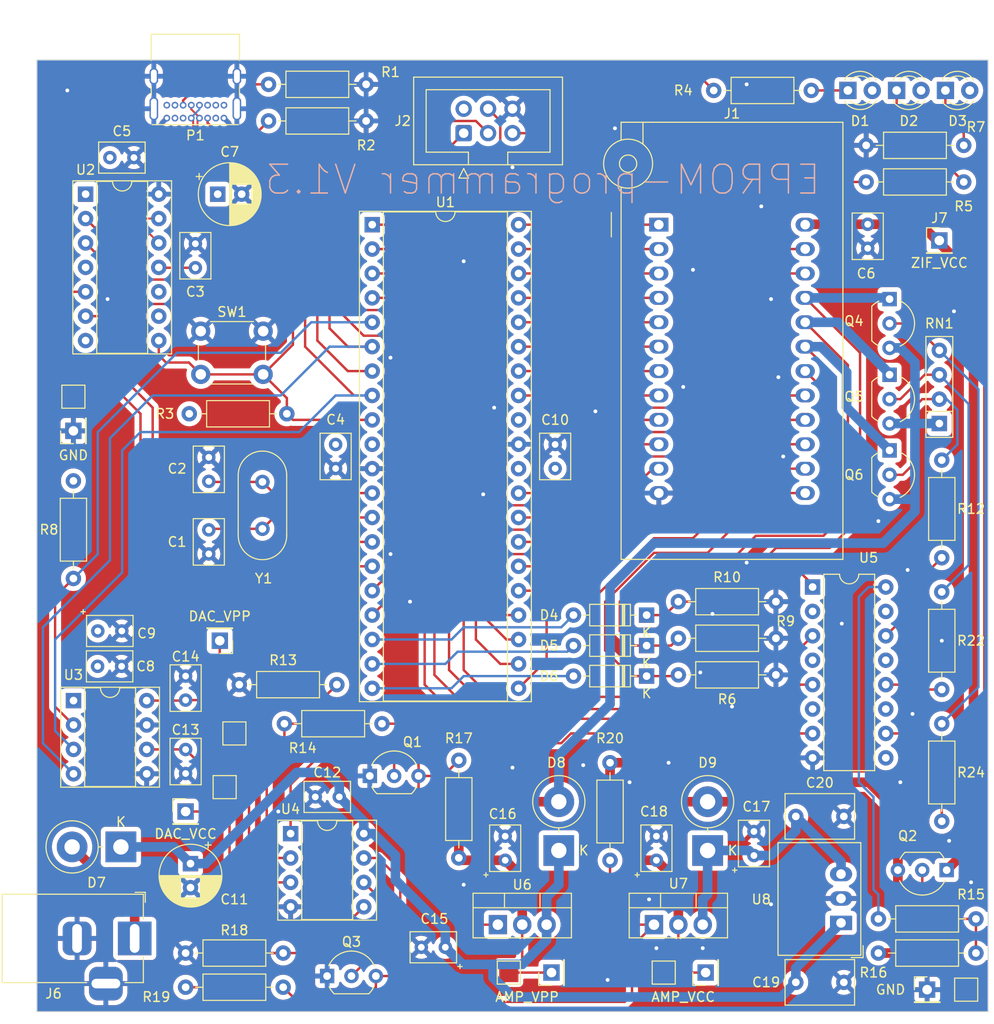
<source format=kicad_pcb>
(kicad_pcb (version 20240108) (generator "pcbnew") (generator_version "8.0")
  (layers (0 "F.Cu" signal) (1 "In1.Cu" power) (2 "In2.Cu" power) (31 "B.Cu" signal) (34 "B.Paste" user) (35 "F.Paste" user) (36 "B.SilkS" user "B.Silkscreen") (37 "F.SilkS" user "F.Silkscreen") (38 "B.Mask" user) (39 "F.Mask" user) (44 "Edge.Cuts" user))
  (net 0 "")
  (net 1 "/XTAL1")
  (net 2 "GND")
  (net 3 "/XTAL2")
  (net 4 "Net-(U2-VUSB)")
  (net 5 "+5V")
  (net 6 "Net-(D1-K)")
  (net 7 "Net-(D2-K)")
  (net 8 "Net-(D3-K)")
  (net 9 "/ZIF_P1")
  (net 10 "/ZIF_P2")
  (net 11 "/ZIF_P3")
  (net 12 "/ZIF_P4")
  (net 13 "/ZIF_P5")
  (net 14 "/ZIF_P6")
  (net 15 "/ZIF_P7")
  (net 16 "/ZIF_P8")
  (net 17 "/ZIF_P9")
  (net 18 "/ZIF_P10")
  (net 19 "/ZIF_P11")
  (net 20 "/ZIF_P13")
  (net 21 "/ZIF_P14")
  (net 22 "/ZIF_P15")
  (net 23 "/ZIF_P16")
  (net 24 "/ZIF_P17")
  (net 25 "/ZIF_P18")
  (net 26 "/ZIF_P19")
  (net 27 "/ZIF_P21")
  (net 28 "/ZIF_P22")
  (net 29 "/ZIF_P23")
  (net 30 "/MISO")
  (net 31 "/SCK")
  (net 32 "/MOSI")
  (net 33 "/~{RESET}")
  (net 34 "/DAC_VPP")
  (net 35 "/CC1")
  (net 36 "/D+")
  (net 37 "/D-")
  (net 39 "/CC2")
  (net 41 "/TXD_LED")
  (net 42 "/RXD_LED")
  (net 43 "/ZIF_VCC")
  (net 44 "/~{SS}")
  (net 45 "/RXD")
  (net 46 "/TXD")
  (net 47 "/D_P21")
  (net 52 "/ZIF_P20")
  (net 53 "/D_P20")
  (net 54 "/D_P19")
  (net 55 "+28V")
  (net 56 "Net-(Q1-B)")
  (net 57 "Net-(Q2-B)")
  (net 58 "/ZIF_VCC_EN")
  (net 59 "/DAC_VCC")
  (net 60 "/AMP_VCC")
  (net 61 "/FB_VCC")
  (net 62 "/28V_IN")
  (net 63 "Net-(Q4-B)")
  (net 64 "Net-(Q5-B)")
  (net 68 "Net-(Q6-B)")
  (net 73 "/ZIF_VPP_P21_EN")
  (net 74 "Net-(Q3-B)")
  (net 75 "/FB_VPP")
  (net 76 "/AMP_VPP")
  (net 77 "/ADJ_VCC")
  (net 78 "/ADJ_VPP")
  (net 79 "/~{ZIF_VCC_EN}")
  (net 80 "/~{ZIF_VPP_P21_EN}")
  (net 81 "/~{ZIF_VPP_P20_EN}")
  (net 82 "/~{ZIF_VPP_P19_EN}")
  (net 83 "/ZIF_VPP_P19_EN")
  (net 84 "/ZIF_VPP_P20_EN")
  (net 85 "+9V")
  (footprint "Resistor_THT:R_Axial_DIN0207_L6.3mm_D2.5mm_P10.16mm_Horizontal" (layer "F.Cu") (at 65.151 127.508)
    (property "Reference" "R14")
    (property "Value" "82K")
  )
  (footprint "TestPoint:TestPoint_Pad_2.0x2.0mm" (layer "F.Cu") (at 43.18 93.472 90)
    (property "Reference" "TP5" (hide yes))
    (property "Value" "GND_TP")
  )
  (footprint "Diode_THT:D_DO-35_SOD27_P7.62mm_Horizontal" (layer "F.Cu") (at 102.87 116.205 180)
    (property "Reference" "D4")
    (property "Value" "1N4148")
  )
  (footprint "Diode_THT:D_DO-201AD_P5.08mm_Vertical_KathodeUp" (layer "F.Cu") (at 93.726 140.708 90)
    (property "Reference" "D8")
    (property "Value" "SB340")
  )
  (footprint "Package_DIP:DIP-8_W7.62mm_Socket" (layer "F.Cu") (at 65.796 138.948)
    (property "Reference" "U4")
    (property "Value" "LM358")
  )
  (footprint "Resistor_THT:R_Axial_DIN0207_L6.3mm_D2.5mm_P10.16mm_Horizontal" (layer "F.Cu") (at 63.5 64.77)
    (property "Reference" "R2")
    (property "Value" "5K1")
  )
  (footprint "Local:C_Rect_L4.6mm_W3.0mm_P2.50mm_MKS02_FKP02" (layer "F.Cu") (at 88.1405 141.724 90)
    (property "Reference" "C16")
    (property "Value" "10u")
  )
  (footprint "Connector_PinHeader_2.54mm:PinHeader_1x01_P2.54mm_Vertical" (layer "F.Cu") (at 58.42 118.872 180)
    (property "Reference" "J3" (hide yes))
    (property "Value" "DAC_VPP")
  )
  (footprint "Diode_THT:D_DO-35_SOD27_P7.62mm_Horizontal" (layer "F.Cu") (at 102.87 122.555 180)
    (property "Reference" "D6")
    (property "Value" "1N4148")
  )
  (footprint "Resistor_THT:R_Axial_DIN0207_L6.3mm_D2.5mm_P10.16mm_Horizontal" (layer "F.Cu") (at 55.245 95.25)
    (property "Reference" "R3")
    (property "Value" "5K1")
  )
  (footprint "Package_TO_SOT_THT:TO-92_Inline_Wide" (layer "F.Cu") (at 74.041 132.948)
    (property "Reference" "Q1")
    (property "Value" "BC327")
  )
  (footprint "Capacitor_THT:C_Rect_L4.6mm_W3.0mm_P2.50mm_MKS02_FKP02" (layer "F.Cu") (at 125.8915 75.525 -90)
    (property "Reference" "C6")
    (property "Value" "100n")
  )
  (footprint "Capacitor_THT:C_Rect_L7.0mm_W4.5mm_P5.00mm" (layer "F.Cu") (at 118.404 154.432)
    (property "Reference" "C19")
    (property "Value" "10u")
  )
  (footprint "Diode_THT:D_DO-201AD_P5.08mm_Vertical_KathodeUp" (layer "F.Cu") (at 48.125 140.335 180)
    (property "Reference" "D7")
    (property "Value" "SB340")
  )
  (footprint "Resistor_THT:R_Array_SIP4" (layer "F.Cu") (at 133.35 96.266 90)
    (property "Reference" "RN1")
    (property "Value" "4K7")
  )
  (footprint "Local:DIP_Socket-24_W11.9_W12.7_W15.24_W17.78_W18.5_3M_224-1275-00-0602J" (layer "F.Cu") (at 104.14 75.565)
    (property "Reference" "J1")
    (property "Value" "ZIF-socket")
  )
  (footprint "Resistor_THT:R_Axial_DIN0207_L6.3mm_D2.5mm_P10.16mm_Horizontal" (layer "F.Cu") (at 135.89 71.12 180)
    (property "Reference" "R5")
    (property "Value" "470")
  )
  (footprint "Resistor_THT:R_Axial_DIN0207_L6.3mm_D2.5mm_P10.16mm_Horizontal" (layer "F.Cu") (at 106.172 122.428)
    (property "Reference" "R6")
    (property "Value" "5K1")
  )
  (footprint "Package_DIP:DIP-8_W7.62mm_Socket" (layer "F.Cu") (at 43.19 125.105)
    (property "Reference" "U3")
    (property "Value" "MCP4812")
  )
  (footprint "Package_TO_SOT_THT:TO-220-3_Vertical" (layer "F.Cu") (at 103.632 148.4275)
    (property "Reference" "U7")
    (property "Value" "LM317_TO-220")
  )
  (footprint "Capacitor_THT:C_Rect_L4.6mm_W3.0mm_P2.50mm_MKS02_FKP02" (layer "F.Cu") (at 57.277 107.335 -90)
    (property "Reference" "C1")
    (property "Value" "22p")
  )
  (footprint "Resistor_THT:R_Axial_DIN0207_L6.3mm_D2.5mm_P10.16mm_Horizontal" (layer "F.Cu") (at 120.015 61.595 180)
    (property "Reference" "R4")
    (property "Value" "470")
  )
  (footprint "Local:C_Rect_L4.6mm_W3.0mm_P2.50mm_MKS02_FKP02" (layer "F.Cu") (at 81.907 150.782 180)
    (property "Reference" "C15")
    (property "Value" "10u")
  )
  (footprint "Local:C_Rect_L4.6mm_W3.0mm_P2.50mm_MKS02_FKP02" (layer "F.Cu") (at 103.8885 141.724 90)
    (property "Reference" "C18")
    (property "Value" "10u")
  )
  (footprint "Capacitor_THT:C_Rect_L4.6mm_W3.0mm_P2.50mm_MKS02_FKP02" (layer "F.Cu") (at 70.866 135.128 180)
    (property "Reference" "C12")
    (property "Value" "100n")
  )
  (footprint "Resistor_THT:R_Axial_DIN0207_L6.3mm_D2.5mm_P10.16mm_Horizontal" (layer "F.Cu") (at 135.89 67.31 180)
    (property "Reference" "R7")
    (property "Value" "470")
  )
  (footprint "TestPoint:TestPoint_Pad_2.0x2.0mm" (layer "F.Cu") (at 104.648 153.416)
    (property "Reference" "TP6" (hide yes))
    (property "Value" "AMP_VCC_TP")
  )
  (footprint "TestPoint:TestPoint_Pad_2.0x2.0mm" (layer "F.Cu") (at 88.519 153.416 90)
    (property "Reference" "TP4" (hide yes))
    (property "Value" "AMP_VPP_TP")
  )
  (footprint "Resistor_THT:R_Axial_DIN0207_L6.3mm_D2.5mm_P10.16mm_Horizontal" (layer "F.Cu") (at 54.864 154.94)
    (property "Reference" "R19")
    (property "Value" "82K")
  )
  (footprint "Resistor_THT:R_Axial_DIN0207_L6.3mm_D2.5mm_P10.16mm_Horizontal" (layer "F.Cu") (at 106.172 118.618)
    (property "Reference" "R9")
    (property "Value" "5K1")
  )
  (footprint "Resistor_THT:R_Axial_DIN0207_L6.3mm_D2.5mm_P10.16mm_Horizontal" (layer "F.Cu") (at 83.312 141.478 90)
    (property "Reference" "R17")
    (property "Value" "220")
  )
  (footprint "Package_TO_SOT_THT:TO-220-3_Vertical" (layer "F.Cu") (at 87.376 148.4275)
    (property "Reference" "U6")
    (property "Value" "LM317_TO-220")
  )
  (footprint "TestPoint:TestPoint_Pad_2.0x2.0mm" (layer "F.Cu") (at 59.944 128.524 180)
    (property "Reference" "TP1" (hide yes))
    (property "Value" "DAC_VPP_TP")
  )
  (footprint "Resistor_THT:R_Axial_DIN0207_L6.3mm_D2.5mm_P10.16mm_Horizontal" (layer "F.Cu") (at 127 151.384)
    (property "Reference" "R16")
    (property "Value" "5.1K")
  )
  (footprint "Connector_PinHeader_2.54mm:PinHeader_1x01_P2.54mm_Vertical" (layer "F.Cu") (at 109.012 153.416 90)
    (property "Reference" "J10" (hide yes))
    (property "Value" "AMP_VCC")
  )
  (footprint "Package_TO_SOT_THT:TO-92_Inline_Wide" (layer "F.Cu") (at 128.164 91.186 -90)
    (property "Reference" "Q5")
    (property "Value" "BC327")
  )
  (footprint "Resistor_THT:R_Axial_DIN0207_L6.3mm_D2.5mm_P10.16mm_Horizontal" (layer "F.Cu") (at 99.06 131.572 -90)
    (property "Reference" "R20")
    (property "Value" "220")
  )
  (footprint "Converter_DCDC:Converter_DCDC_RECOM_R-78E-0.5_THT" (layer "F.Cu") (at 123.1115 148.243 90)
    (property "Reference" "U8")
    (property "Value" "R-78E9.0-0.5")
  )
  (footprint "Capacitor_THT:C_Rect_L4.6mm_W3.0mm_P2.50mm_MKS02_FKP02" (layer "F.Cu") (at 57.277 102.285 90)
    (property "Reference" "C2")
    (property "Value" "22p")
  )
  (footprint "TestPoint:TestPoint_Pad_2.0x2.0mm" (layer "F.Cu") (at 136.144 155.194)
    (property "Reference" "TP3" (hide yes))
    (property "Value" "GND_TP")
  )
  (footprint "Package_TO_SOT_THT:TO-92_Inline_Wide" (layer "F.Cu") (at 128.164 83.312 -90)
    (property "Reference" "Q4")
    (property "Value" "BC327")
  )
  (footprint "Capacitor_THT:C_Rect_L4.6mm_W3.0mm_P2.50mm_MKS02_FKP02" (layer "F.Cu") (at 93.345 100.945 90)
    (property "Reference" "C10")
    (property "Value" "100n")
  )
  (footprint "Package_TO_SOT_THT:TO-92_Inline_Wide" (layer "F.Cu") (at 128.164 99.06 -90)
    (property "Reference" "Q6")
    (property "Value" "BC327")
  )
  (footprint "Capacitor_THT:C_Rect_L4.6mm_W3.0mm_P2.50mm_MKS02_FKP02" (layer "F.Cu") (at 55.88 80.05 90)
    (property "Reference" "C3")
    (property "Value" "220n")
  )
  (footprint "Resistor_THT:R_Axial_DIN0207_L6.3mm_D2.5mm_P10.16mm_Horizontal" (layer "F.Cu") (at 133.604 113.792 -90)
    (property "Reference" "R22")
    (property "Value" "5K1")
  )
  (footprint "Connector_IDC:IDC-Header_2x03_P2.54mm_Vertical" (layer "F.Cu") (at 83.82 66.04 90)
    (property "Reference" "J2")
    (property "Value" "ISP")
  )
  (footprint "Resistor_THT:R_Axial_DIN0207_L6.3mm_D2.5mm_P10.16mm_Horizontal" (layer "F.Cu") (at 43.18 102.235 -90)
    (property "Reference" "R8")
    (property "Value" "5K1")
  )
  (footprint "Resistor_THT:R_Axial_DIN0207_L6.3mm_D2.5mm_P10.16mm_Horizontal" (layer "F.Cu") (at 106.172 114.808)
    (property "Reference" "R10")
    (property "Value" "5K1")
  )
  (footprint "Resistor_THT:R_Axial_DIN0207_L6.3mm_D2.5mm_P10.16mm_Horizontal" (layer "F.Cu") (at 63.5 60.96)
    (property "Reference" "R1")
    (property "Value" "5K1")
  )
  (footprint "Capacitor_THT:C_Rect_L4.6mm_W3.0mm_P2.50mm_MKS02_FKP02" (layer "F.Cu") (at 70.485 98.445 -90)
    (property "Reference" "C4")
    (property "Value" "100n")
  )
  (footprint "Connector_PinHeader_2.54mm:PinHeader_1x01_P2.54mm_Vertical" (layer "F.Cu") (at 132.08 155.194)
    (property "Reference" "J5" (hide yes))
    (property "Value" "GND")
  )
  (footprint "Connector_PinHeader_2.54mm:PinHeader_1x01_P2.54mm_Vertical" (layer "F.Cu") (at 54.864 136.652)
    (property "Reference" "J4" (hide yes))
    (property "Value" "DAC_VCC")
  )
  (footprint "Button_Switch_THT:SW_PUSH_6mm" (layer "F.Cu") (at 56.44 86.65)
    (property "Reference" "SW1")
    (property "Value" "SW_Push")
  )
  (footprint "Connector_BarrelJack:BarrelJack_Horizontal" (layer "F.Cu") (at 49.561 149.86)
    (property "Reference" "J6")
    (property "Value" "Barrel_Jack_Switch")
  )
  (footprint "Capacitor_THT:C_Rect_L4.6mm_W3.0mm_P2.50mm_MKS02_FKP02" (layer "F.Cu") (at 54.864 130.195 -90)
    (property "Reference" "C13")
    (property "Value" "1u")
  )
  (footprint "Local:C_Rect_L4.6mm_W3.0mm_P2.50mm_MKS02_FKP02" (layer "F.Cu") (at 45.72 117.8585)
    (property "Reference" "C9")
    (property "Value" "10u")
  )
  (footprint "Diode_THT:D_DO-201AD_P5.08mm_Vertical_KathodeUp" (layer "F.Cu") (at 109.22 140.708 90)
    (property "Reference" "D9")
    (property "Value" "SB340")
  )
  (footprint "Resistor_THT:R_Axial_DIN0207_L6.3mm_D2.5mm_P10.16mm_Horizontal" (layer "F.Cu") (at 54.864 151.384)
    (property "Reference" "R18")
    (property "Value" "5K6")
  )
  (footprint "Local:C_Rect_L4.6mm_W3.0mm_P2.50mm_MKS02_FKP02" (layer "F.Cu") (at 114.0435 141.232 90)
    (property "Reference" "C17")
    (property "Value" "10u")
  )
  (footprint "Capacitor_THT:CP_Radial_D6.3mm_P2.50mm" (layer "F.Cu") (at 55.372 142.073621 -90)
    (property "Reference" "C11")
    (property "Value" "220u")
  )
  (footprint "Package_TO_SOT_THT:TO-92_Inline_Wide" (layer "F.Cu") (at 69.596 153.776)
    (property "Reference" "Q3")
    (property "Value" "BC327")
  )
  (footprint "Resistor_THT:R_Axial_DIN0207_L6.3mm_D2.5mm_P10.16mm_Horizontal" (layer "F.Cu") (at 133.604 100.076 -90)
    (property "Reference" "R12")
    (property "Value" "5K1")
  )
  (footprint "Capacitor_THT:C_Rect_L4.6mm_W3.0mm_P2.50mm_MKS02_FKP02" (layer "F.Cu") (at 45.7 121.539)
    (property "Reference" "C8")
    (property "Value" "100n")
  )
  (footprint "Crystal:Crystal_HC49-U_Vertical" (layer "F.Cu") (at 62.865 107.225 90)
    (property "Reference" "Y1")
    (property "Value" "20M")
  )
  (footprint "LED_THT:LED_D3.0mm" (layer "F.Cu") (at 128.905 61.595)
    (property "Reference" "D2")
    (property "Value" "YELLOW")
  )
  (footprint "Package_DIP:DIP-40_W15.24mm_Socket" (layer "F.Cu") (at 74.295 75.565)
    (property "Reference" "U1")
    (property "Value" "ATmega1284-P")
  )
  (footprint "Capacitor_THT:C_Rect_L7.0mm_W4.5mm_P5.00mm" (layer "F.Cu") (at 118.404 137.16)
    (property "Reference" "C20")
    (property "Value" "22u")
  )
  (footprint "Capacitor_THT:CP_Radial_D6.3mm_P2.50mm" (layer "F.Cu") (at 58.206 72.39)
    (property "Reference" "C7")
    (property "Value" "100u")
  )
  (footprint "Connector_PinHeader_2.54mm:PinHeader_1x01_P2.54mm_Vertical" (layer "F.Cu") (at 133.35 77.216)
    (property "Reference" "J7")
    (property "Value" "ZIF_VCC")
  )
  (footprint "Package_DIP:DIP-14_W7.62mm_Socket" (layer "F.Cu") (at 44.45 72.39)
    (property "Reference" "U2")
    (property "Value" "MCP2221AxP")
  )
  (footprint "Capacitor_THT:C_Rect_L4.6mm_W3.0mm_P2.50mm_MKS02_FKP02" (layer "F.Cu") (at 54.864 125.055 90)
    (property "Reference" "C14")
    (property "Value" "1u")
  )
  (footprint "Resistor_THT:R_Axial_DIN0207_L6.3mm_D2.5mm_P10.16mm_Horizontal" (layer "F.Cu") (at 60.452 123.444)
    (property "Reference" "R13")
    (property "Value" "5K6")
  )
  (footprint "Package_DIP:DIP-16_W7.62mm" (layer "F.Cu") (at 120.152 113.284)
    (property "Reference" "U5")
    (property "Value" "ULN2003")
  )
  (footprint "TestPoint:TestPoint_Pad_2.0x2.0mm" (layer "F.Cu") (at 58.928 134.112)
    (property "Reference" "TP2" (hide yes))
    (property "Value" "DAC_VCC_TP")
  )
  (footprint "Connector_PinHeader_2.54mm:PinHeader_1x01_P2.54mm_Vertical" (layer "F.Cu") (at 43.18 97.028 90)
    (property "Reference" "J9" (hide yes))
    (property "Value" "GND")
  )
  (footprint "Diode_THT:D_DO-35_SOD27_P7.62mm_Horizontal" (layer "F.Cu") (at 102.87 119.38 180)
    (property "Reference" "D5")
    (property "Value" "1N4148")
  )
  (footprint "Capacitor_THT:C_Rect_L4.6mm_W3.0mm_P2.50mm_MKS02_FKP02" (layer "F.Cu") (at 46.98 68.585)
    (property "Reference" "C5")
    (property "Value" "100n")
  )
  (footprint "LED_THT:LED_D3.0mm" (layer "F.Cu") (at 123.825 61.595)
    (property "Reference" "D1")
    (property "Value" "YELLOW")
  )
  (footprint "Connector_USB:USB_C_Receptacle_GCT_USB4085" (layer "F.Cu") (at 58.855 64.477 180)
    (property "Reference" "P1")
    (property "Value" "USB-C")
  )
  (footprint "Package_TO_SOT_THT:TO-92_Inline_Wide" (layer "F.Cu") (at 134.112 142.748 180)
    (property "Reference" "Q2")
    (property "Value" "BC327")
  )
  (footprint "Resistor_THT:R_Axial_DIN0207_L6.3mm_D2.5mm_P10.16mm_Horizontal" (layer "F.Cu") (at 133.604 127.508 -90)
    (property "Reference" "R24")
    (property "Value" "5K1")
  )
  (footprint "Resistor_THT:R_Axial_DIN0207_L6.3mm_D2.5mm_P10.16mm_Horizontal" (layer "F.Cu") (at 137.16 147.828 180)
    (property "Reference" "R15")
    (property "Value" "5K1")
  )
  (footprint "Connector_PinHeader_2.54mm:PinHeader_1x01_P2.54mm_Vertical" (layer "F.Cu") (at 92.964 153.416 90)
    (property "Reference" "J8" (hide yes))
    (property "Value" "AMP_VPP")
  )
  (footprint "LED_THT:LED_D3.0mm" (layer "F.Cu") (at 133.98 61.595)
    (property "Reference" "D3")
    (property "Value" "GREEN")
  )
  (gr_line (start 138.43 58.42) (end 138.43 157.48) (stroke (width 0.1)) (layer "Edge.Cuts"))
  (gr_line (start 138.43 157.48) (end 39.37 157.48) (stroke (width 0.1)) (layer "Edge.Cuts"))
  (gr_line (start 39.37 157.48) (end 39.37 58.42) (stroke (width 0.1)) (layer "Edge.Cuts"))
  (gr_line (start 39.37 58.42) (end 138.43 58.42) (stroke (width 0.1)) (layer "Edge.Cuts"))
  (gr_text "EPROM-programmer V1.3" (at 121.158 72.644 0) (layer "B.SilkS") (effects (font (size 3 3)) (justify left bottom mirror)))
  (segment (start 57.387 107.225) (end 57.277 107.335) (width 0.25) (layer "F.Cu") (net 1))
  (segment (start 74.295 106.045) (end 64.045 106.045) (width 0.25) (layer "F.Cu") (net 1))
  (segment (start 62.865 107.225) (end 57.387 107.225) (width 0.25) (layer "F.Cu") (net 1))
  (segment (start 64.045 106.045) (end 62.865 107.225) (width 0.25) (layer "F.Cu") (net 1))
  (via (at 134.366 139.7) (size 0.8) (drill 0.4) (layers "F.Cu" "B.Cu") (net 2))
  (via (at 105.156 131.572) (size 0.8) (drill 0.4) (layers "F.Cu" "B.Cu") (net 2))
  (via (at 42.545 61.595) (size 0.8) (drill 0.4) (layers "F.Cu" "B.Cu") (net 2))
  (via (at 76.2 89.408) (size 0.8) (drill 0.4) (layers "F.Cu" "B.Cu") (net 2))
  (via (at 108.458 122.174) (size 0.8) (drill 0.4) (layers "F.Cu" "B.Cu") (net 2))
  (via (at 111.76 125.73) (size 0.8) (drill 0.4) (layers "F.Cu" "B.Cu") (net 2))
  (via (at 88.9 132.08) (size 0.8) (drill 0.4) (layers "F.Cu" "B.Cu") (net 2))
  (via (at 96.266 131.826) (size 0.8) (drill 0.4) (layers "F.Cu" "B.Cu") (net 2))
  (via (at 76.2 109.855) (size 0.8) (drill 0.4) (layers "F.Cu" "B.Cu") (net 2))
  (via (at 83.82 79.375) (size 0.8) (drill 0.4) (layers "F.Cu" "B.Cu") (net 2))
  (via (at 98.806 154.178) (size 0.8) (drill 0.4) (layers "F.Cu" "B.Cu") (net 2))
  (via (at 103.886 150.876) (size 0.8) (drill 0.4) (layers "F.Cu" "B.Cu") (net 2))
  (via (at 107.696 80.264) (size 0.8) (drill 0.4) (layers "F.Cu" "B.Cu") (net 2))
  (via (at 97.536 94.996) (size 0.8) (drill 0.4) (layers "F.Cu" "B.Cu") (net 2))
  (via (at 123.19 117.094) (size 0.8) (drill 0.4) (layers "F.Cu" "B.Cu") (net 2))
  (via (at 114.808 73.66) (size 0.8) (drill 0.4) (layers "F.Cu" "B.Cu") (net 2))
  (via (at 113.284 60.96) (size 0.8) (drill 0.4) (layers "F.Cu" "B.Cu") (net 2))
  (via (at 88.9 69.596) (size 0.8) (drill 0.4) (layers "F.Cu" "B.Cu") (net 2))
  (via (at 127 106.426) (size 0.8) (drill 0.4) (layers "F.Cu" "B.Cu") (net 2))
  (via (at 83.82 144.272) (size 0.8) (drill 0.4) (layers "F.Cu" "B.Cu") (net 2))
  (via (at 106.68 92.456) (size 0.8) (drill 0.4) (layers "F.Cu" "B.Cu") (net 2))
  (via (at 115.824 146.304) (size 0.8) (drill 0.4) (layers "F.Cu" "B.Cu") (net 2))
  (via (at 108.712 150.876) (size 0.8) (drill 0.4) (layers "F.Cu" "B.Cu") (net 2))
  (via (at 136.652 144.018) (size 0.8) (drill 0.4) (layers "F.Cu" "B.Cu") (net 2))
  (via (at 130.556 126.492) (size 0.8) (drill 0.4) (layers "F.Cu" "B.Cu") (net 2))
  (via (at 113.284 110.744) (size 0.8) (drill 0.4) (layers "F.Cu" "B.Cu") (net 2))
  (via (at 85.852 103.632) (size 0.8) (drill 0.4) (layers "F.Cu" "B.Cu") (net 2))
  (via (at 133.604 118.872) (size 0.8) (drill 0.4) (layers "F.Cu" "B.Cu") (net 2))
  (via (at 86.995 94.615) (size 0.8) (drill 0.4) (layers "F.Cu" "B.Cu") (net 2))
  (via (at 99.568 65.532) (size 0.8) (drill 0.4) (layers "F.Cu" "B.Cu") (net 2))
  (via (at 134.874 84.582) (size 0.8) (drill 0.4) (layers "F.Cu" "B.Cu") (net 2))
  (via (at 46.736 83.312) (size 0.8) (drill 0.4) (layers "F.Cu" "B.Cu") (net 2))
  (via (at 115.824 83.312) (size 0.8) (drill 0.4) (layers "F.Cu" "B.Cu") (net 2))
  (via (at 117.094 99.695) (size 0.8) (drill 0.4) (layers "F.Cu" "B.Cu") (net 2))
  (via (at 78.232 114.808) (size 0.8) (drill 0.4) (layers "F.Cu" "B.Cu") (net 2))
  (via (at 116.586 91.44) (size 0.8) (drill 0.4) (layers "F.Cu" "B.Cu") (net 2))
  (via (at 129.286 133.604) (size 0.8) (drill 0.4) (layers "F.Cu" "B.Cu") (net 2))
  (via (at 109.728 116.078) (size 0.8) (drill 0.4) (layers "F.Cu" "B.Cu") (net 2))
  (via (at 130.048 111.506) (size 0.8) (drill 0.4) (layers "F.Cu" "B.Cu") (net 2))
  (via (at 103.124 145.796) (size 0.8) (drill 0.4) (layers "F.Cu" "B.Cu") (net 2))
  (via (at 64.516 136.652) (size 0.8) (drill 0.4) (layers "F.Cu" "B.Cu") (net 2))
  (via (at 101.092 133.604) (size 0.8) (drill 0.4) (layers "F.Cu" "B.Cu") (net 2))
  (segment (start 64.025 103.505) (end 62.865 102.345) (width 0.25) (layer "F.Cu") (net 3))
  (segment (start 57.337 102.345) (end 57.277 102.285) (width 0.25) (layer "F.Cu") (net 3))
  (segment (start 62.865 102.345) (end 57.337 102.345) (width 0.25) (layer "F.Cu") (net 3))
  (segment (start 74.295 103.505) (end 64.025 103.505) (width 0.25) (layer "F.Cu") (net 3))
  (segment (start 55.88 80.05) (end 52.11 80.05) (width 0.25) (layer "F.Cu") (net 4))
  (segment (start 52.11 80.05) (end 52.07 80.01) (width 0.25) (layer "F.Cu") (net 4))
  (segment (start 123.825 61.595) (end 120.015 61.595) (width 0.25) (layer "F.Cu") (net 6))
  (segment (start 128.905 64.135) (end 128.905 61.595) (width 0.25) (layer "F.Cu") (net 7))
  (segment (start 135.89 71.12) (end 128.905 64.135) (width 0.25) (layer "F.Cu") (net 7))
  (segment (start 133.98 64.13) (end 133.98 61.595) (width 0.25) (layer "F.Cu") (net 8))
  (segment (start 135.89 67.31) (end 135.89 66.04) (width 0.25) (layer "F.Cu") (net 8))
  (segment (start 135.89 66.04) (end 133.98 64.13) (width 0.25) (layer "F.Cu") (net 8))
  (segment (start 89.535 75.565) (end 104.14 75.565) (width 0.25) (layer "F.Cu") (net 9))
  (segment (start 89.535 78.105) (end 104.14 78.105) (width 0.25) (layer "F.Cu") (net 10))
  (segment (start 89.535 80.645) (end 104.14 80.645) (width 0.25) (layer "F.Cu") (net 11))
  (segment (start 89.535 83.185) (end 104.14 83.185) (width 0.25) (layer "F.Cu") (net 12))
  (segment (start 89.535 85.725) (end 104.14 85.725) (width 0.25) (layer "F.Cu") (net 13))
  (segment (start 89.535 88.265) (end 104.14 88.265) (width 0.25) (layer "F.Cu") (net 14))
  (segment (start 89.535 90.805) (end 104.14 90.805) (width 0.25) (layer "F.Cu") (net 15))
  (segment (start 89.535 93.345) (end 104.14 93.345) (width 0.25) (layer "F.Cu") (net 16))
  (segment (start 97.155 99.06) (end 100.33 95.885) (width 0.25) (layer "F.Cu") (net 17))
  (segment (start 85.09 107.315) (end 87.63 104.775) (width 0.25) (layer "F.Cu") (net 17))
  (segment (start 87.63 104.775) (end 94.615 104.775) (width 0.25) (layer "F.Cu") (net 17))
  (segment (start 85.09 118.745) (end 85.09 107.315) (width 0.25) (layer "F.Cu") (net 17))
  (segment (start 87.63 121.285) (end 85.09 118.745) (width 0.25) (layer "F.Cu") (net 17))
  (segment (start 94.615 104.775) (end 97.155 102.235) (width 0.25) (layer "F.Cu") (net 17))
  (segment (start 89.535 121.285) (end 87.63 121.285) (width 0.25) (layer "F.Cu") (net 17))
  (segment (start 97.155 102.235) (end 97.155 99.06) (width 0.25) (layer "F.Cu") (net 17))
  (segment (start 100.33 95.885) (end 104.14 95.885) (width 0.25) (layer "F.Cu") (net 17))
  (segment (start 99.695 102.87) (end 99.695 100.33) (width 0.25) (layer "F.Cu") (net 18))
  (segment (start 86.36 109.22) (end 88.265 107.315) (width 0.25) (layer "F.Cu") (net 18))
  (segment (start 95.25 107.315) (end 99.695 102.87) (width 0.25) (layer "F.Cu") (net 18))
  (segment (start 88.265 107.315) (end 95.25 107.315) (width 0.25) (layer "F.Cu") (net 18))
  (segment (start 86.36 116.84) (end 86.36 109.22) (width 0.25) (layer "F.Cu") (net 18))
  (segment (start 89.535 118.745) (end 88.265 118.745) (width 0.25) (layer "F.Cu") (net 18))
  (segment (start 99.695 100.33) (end 101.6 98.425) (width 0.25) (layer "F.Cu") (net 18))
  (segment (start 88.265 118.745) (end 86.36 116.84) (width 0.25) (layer "F.Cu") (net 18))
  (segment (start 101.6 98.425) (end 104.14 98.425) (width 0.25) (layer "F.Cu") (net 18))
  (segment (start 88.265 109.855) (end 96.52 109.855) (width 0.25) (layer "F.Cu") (net 19))
  (segment (start 102.235 104.14) (end 102.235 102.235) (width 0.25) (layer "F.Cu") (net 19))
  (segment (start 103.505 100.965) (end 104.14 100.965) (width 0.25) (layer "F.Cu") (net 19))
  (segment (start 96.52 109.855) (end 102.235 104.14) (width 0.25) (layer "F.Cu") (net 19))
  (segment (start 87.63 110.49) (end 88.265 109.855) (width 0.25) (layer "F.Cu") (net 19))
  (segment (start 87.63 115.57) (end 87.63 110.49) (width 0.25) (layer "F.Cu") (net 19))
  (segment (start 102.235 102.235) (end 103.505 100.965) (width 0.25) (layer "F.Cu") (net 19))
  (segment (start 88.265 116.205) (end 87.63 115.57) (width 0.25) (layer "F.Cu") (net 19))
  (segment (start 89.535 116.205) (end 88.265 116.205) (width 0.25) (layer "F.Cu") (net 19))
  (segment (start 97.79 112.395) (end 103.251 106.934) (width 0.25) (layer "F.Cu") (net 20))
  (segment (start 93.98 112.395) (end 97.79 112.395) (width 0.25) (layer "F.Cu") (net 20))
  (segment (start 107.061 106.934) (end 110.49 103.505) (width 0.25) (layer "F.Cu") (net 20))
  (segment (start 103.251 106.934) (end 107.061 106.934) (width 0.25) (layer "F.Cu") (net 20))
  (segment (start 89.535 113.665) (end 92.71 113.665) (width 0.25) (layer "F.Cu") (net 20))
  (segment (start 110.49 103.505) (end 119.38 103.505) (width 0.25) (layer "F.Cu") (net 20))
  (segment (start 92.71 113.665) (end 93.98 112.395) (width 0.25) (layer "F.Cu") (net 20))
  (segment (start 115.57 101.6) (end 116.205 100.965) (width 0.25) (layer "F.Cu") (net 21))
  (segment (start 116.205 100.965) (end 119.38 100.965) (width 0.25) (layer "F.Cu") (net 21))
  (segment (start 109.855 101.6) (end 115.57 101.6) (width 0.25) (layer "F.Cu") (net 21))
  (segment (start 105.791 105.664) (end 109.855 101.6) (width 0.25) (layer "F.Cu") (net 21))
  (segment (start 102.616 105.664) (end 105.791 105.664) (width 0.25) (layer "F.Cu") (net 21))
  (segment (start 89.535 111.125) (end 97.155 111.125) (width 0.25) (layer "F.Cu") (net 21))
  (segment (start 97.155 111.125) (end 102.616 105.664) (width 0.25) (layer "F.Cu") (net 21))
  (segment (start 100.965 100.965) (end 102.235 99.695) (width 0.25) (layer "F.Cu") (net 22))
  (segment (start 100.965 103.505) (end 100.965 100.965) (width 0.25) (layer "F.Cu") (net 22))
  (segment (start 112.649 99.695) (end 113.919 98.425) (width 0.25) (layer "F.Cu") (net 22))
  (segment (start 102.235 99.695) (end 112.649 99.695) (width 0.25) (layer "F.Cu") (net 22))
  (segment (start 89.535 108.585) (end 95.885 108.585) (width 0.25) (layer "F.Cu") (net 22))
  (segment (start 95.885 108.585) (end 100.965 103.505) (width 0.25) (layer "F.Cu") (net 22))
  (segment (start 113.919 98.425) (end 119.38 98.425) (width 0.25) (layer "F.Cu") (net 22))
  (segment (start 94.9325 106.045) (end 98.425 102.5525) (width 0.25) (layer "F.Cu") (net 23))
  (segment (start 98.425 102.5525) (end 98.425 99.695) (width 0.25) (layer "F.Cu") (net 23))
  (segment (start 111.633 97.155) (end 112.903 95.885) (width 0.25) (layer "F.Cu") (net 23))
  (segment (start 112.903 95.885) (end 119.38 95.885) (width 0.25) (layer "F.Cu") (net 23))
  (segment (start 98.425 99.695) (end 100.965 97.155) (width 0.25) (layer "F.Cu") (net 23))
  (segment (start 100.965 97.155) (end 111.633 97.155) (width 0.25) (layer "F.Cu") (net 23))
  (segment (start 89.535 106.045) (end 94.9325 106.045) (width 0.25) (layer "F.Cu") (net 23))
  (segment (start 110.109 94.615) (end 111.379 93.345) (width 0.25) (layer "F.Cu") (net 24))
  (segment (start 93.98 103.505) (end 95.885 101.6) (width 0.25) (layer "F.Cu") (net 24))
  (segment (start 95.885 99.06) (end 100.33 94.615) (width 0.25) (layer "F.Cu") (net 24))
  (segment (start 100.33 94.615) (end 110.109 94.615) (width 0.25) (layer "F.Cu") (net 24))
  (segment (start 111.379 93.345) (end 119.38 93.345) (width 0.25) (layer "F.Cu") (net 24))
  (segment (start 89.535 103.505) (end 93.98 103.505) (width 0.25) (layer "F.Cu") (net 24))
  (segment (start 95.885 101.6) (end 95.885 99.06) (width 0.25) (layer "F.Cu") (net 24))
  (segment (start 120.015 105.41) (end 121.285 104.14) (width 0.25) (layer "F.Cu") (net 25))
  (segment (start 93.98 114.3) (end 97.536 114.3) (width 0.25) (layer "F.Cu") (net 25))
  (segment (start 103.632 108.204) (end 107.696 108.204) (width 0.25) (layer "F.Cu") (net 25))
  (segment (start 121.285 92.71) (end 119.38 90.805) (width 0.25) (layer "F.Cu") (net 25))
  (segment (start 92.456 115.824) (end 93.98 114.3) (width 0.25) (layer "F.Cu") (net 25))
  (segment (start 121.285 104.14) (end 121.285 92.71) (width 0.25) (layer "F.Cu") (net 25))
  (segment (start 97.536 114.3) (end 103.632 108.204) (width 0.25) (layer "F.Cu") (net 25))
  (segment (start 107.696 108.204) (end 110.49 105.41) (width 0.25) (layer "F.Cu") (net 25))
  (segment (start 92.456 120.904) (end 92.456 115.824) (width 0.25) (layer "F.Cu") (net 25))
  (segment (start 89.535 123.825) (end 92.456 120.904) (width 0.25) (layer "F.Cu") (net 25))
  (segment (start 110.49 105.41) (end 120.015 105.41) (width 0.25) (layer "F.Cu") (net 25))
  (segment (start 98.552 114.808) (end 103.632 109.728) (width 0.25) (layer "F.Cu") (net 26))
  (segment (start 101.219 122.555) (end 98.552 119.888) (width 0.25) (layer "F.Cu") (net 26))
  (segment (start 102.87 122.555) (end 106.045 122.555) (width 0.25) (layer "F.Cu") (net 26))
  (segment (start 109.22 109.728) (end 112.268 106.68) (width 0.25) (layer "F.Cu") (net 26))
  (segment (start 106.045 122.555) (end 106.172 122.428) (width 0.25) (layer "F.Cu") (net 26))
  (segment (start 122.555 91.44) (end 119.38 88.265) (width 0.25) (layer "F.Cu") (net 26))
  (segment (start 120.65 106.68) (end 122.555 104.775) (width 0.25) (layer "F.Cu") (net 26))
  (segment (start 122.555 104.775) (end 122.555 91.44) (width 0.25) (layer "F.Cu") (net 26))
  (segment (start 103.632 109.728) (end 109.22 109.728) (width 0.25) (layer "F.Cu") (net 26))
  (segment (start 102.87 122.555) (end 101.219 122.555) (width 0.25) (layer "F.Cu") (net 26))
  (segment (start 112.268 106.68) (end 120.65 106.68) (width 0.25) (layer "F.Cu") (net 26))
  (segment (start 98.552 119.888) (end 98.552 114.808) (width 0.25) (layer "F.Cu") (net 26))
  (segment (start 123.698 90.932) (end 121.031 88.265) (width 1) (layer "B.Cu") (net 26))
  (segment (start 121.031 88.265) (end 119.38 88.265) (width 1) (layer "B.Cu") (net 26))
  (segment (start 123.698 94.594) (end 123.698 90.932) (width 1) (layer "B.Cu") (net 26))
  (segment (start 128.164 99.06) (end 123.698 94.594) (width 1) (layer "B.Cu") (net 26))
  (segment (start 102.87 116.205) (end 104.775 116.205) (width 0.25) (layer "F.Cu") (net 27))
  (segment (start 110.744 114.808) (end 116.332 109.22) (width 0.25) (layer "F.Cu") (net 27))
  (segment (start 125.095 106.045) (end 125.095 88.9) (width 0.25) (layer "F.Cu") (net 27))
  (segment (start 116.332 109.22) (end 121.92 109.22) (width 0.25) (layer "F.Cu") (net 27))
  (segment (start 125.095 88.9) (end 119.38 83.185) (width 0.25) (layer "F.Cu") (net 27))
  (segment (start 104.775 116.205) (end 106.172 114.808) (width 0.25) (layer "F.Cu") (net 27))
  (segment (start 121.92 109.22) (end 125.095 106.045) (width 0.25) (layer "F.Cu") (net 27))
  (segment (start 106.172 114.808) (end 110.744 114.808) (width 0.25) (layer "F.Cu") (net 27))
  (segment (start 128.037 83.185) (end 128.164 83.312) (width 0.25) (layer "B.Cu") (net 27))
  (segment (start 119.38 83.185) (end 128.037 83.185) (width 1) (layer "B.Cu") (net 27))
  (segment (start 73.66 72.898) (end 72.136 74.422) (width 0.25) (layer "F.Cu") (net 28))
  (segment (start 78.74 87.884) (end 78.74 111.76) (width 0.25) (layer "F.Cu") (net 28))
  (segment (start 106.68 72.898) (end 73.66 72.898) (width 0.25) (layer "F.Cu") (net 28))
  (segment (start 119.38 80.645) (end 114.427 80.645) (width 0.25) (layer "F.Cu") (net 28))
  (segment (start 75.311 84.455) (end 78.74 87.884) (width 0.25) (layer "F.Cu") (net 28))
  (segment (start 114.427 80.645) (end 106.68 72.898) (width 0.25) (layer "F.Cu") (net 28))
  (segment (start 72.136 74.422) (end 72.136 83.312) (width 0.25) (layer "F.Cu") (net 28))
  (segment (start 73.279 84.455) (end 75.311 84.455) (width 0.25) (layer "F.Cu") (net 28))
  (segment (start 78.74 111.76) (end 74.295 116.205) (width 0.25) (layer "F.Cu") (net 28))
  (segment (start 72.136 83.312) (end 73.279 84.455) (width 0.25) (layer "F.Cu") (net 28))
  (segment (start 114.173 78.105) (end 107.696 71.628) (width 0.25) (layer "F.Cu") (net 29))
  (segment (start 71.12 84.836) (end 73.406 87.122) (width 0.25) (layer "F.Cu") (net 29))
  (segment (start 73.406 87.122) (end 75.946 87.122) (width 0.25) (layer "F.Cu") (net 29))
  (segment (start 77.724 88.9) (end 77.724 110.236) (width 0.25) (layer "F.Cu") (net 29))
  (segment (start 75.946 87.122) (end 77.724 88.9) (width 0.25) (layer "F.Cu") (net 29))
  (segment (start 77.724 110.236) (end 74.295 113.665) (width 0.25) (layer "F.Cu") (net 29))
  (segment (start 73.66 71.628) (end 71.12 74.168) (width 0.25) (layer "F.Cu") (net 29))
  (segment (start 107.696 71.628) (end 73.66 71.628) (width 0.25) (layer "F.Cu") (net 29))
  (segment (start 119.38 78.105) (end 114.173 78.105) (width 0.25) (layer "F.Cu") (net 29))
  (segment (start 71.12 74.168) (end 71.12 84.836) (width 0.25) (layer "F.Cu") (net 29))
  (segment (start 68.58 87.63) (end 71.755 90.805) (width 0.25) (layer "F.Cu") (net 30))
  (segment (start 68.58 73.152) (end 68.58 87.63) (width 0.25) (layer "F.Cu") (net 30))
  (segment (start 80.264 69.596) (end 72.136 69.596) (width 0.25) (layer "F.Cu") (net 30))
  (segment (start 72.136 69.596) (end 68.58 73.152) (width 0.25) (layer "F.Cu") (net 30))
  (segment (start 71.755 90.805) (end 74.295 90.805) (width 0.25) (layer "F.Cu") (net 30))
  (segment (start 83.82 66.04) (end 80.264 69.596) (width 0.25) (layer "F.Cu") (net 30))
  (segment (start 86.36 66.04) (end 85.09 64.77) (width 0.25) (layer "F.Cu") (net 31))
  (segment (start 72.39 93.345) (end 74.295 93.345) (width 0.25) (layer "F.Cu") (net 31))
  (segment (start 77.724 68.58) (end 71.374 68.58) (width 0.25) (layer "F.Cu") (net 31))
  (segment (start 67.31 88.265) (end 72.39 93.345) (width 0.25) (layer "F.Cu") (net 31))
  (segment (start 71.374 68.58) (end 67.31 72.644) (width 0.25) (layer "F.Cu") (net 31))
  (segment (start 81.534 64.77) (end 77.724 68.58) (width 0.25) (layer "F.Cu") (net 31))
  (segment (start 85.09 64.77) (end 81.534 64.77) (width 0.25) (layer "F.Cu") (net 31))
  (segment (start 67.31 72.644) (end 67.31 88.265) (width 0.25) (layer "F.Cu") (net 31))
  (segment (start 48.26 111.76) (end 48.26 99.06) (width 0.25) (layer "B.Cu") (net 31))
  (segment (start 70.485 93.345) (end 74.295 93.345) (width 0.25) (layer "B.Cu") (net 31))
  (segment (start 66.675 97.155) (end 70.485 93.345) (width 0.25) (layer "B.Cu") (net 31))
  (segment (start 41.275 128.27) (end 41.275 118.745) (width 0.25) (layer "B.Cu") (net 31))
  (segment (start 41.275 118.745) (end 48.26 111.76) (width 0.25) (layer "B.Cu") (net 31))
  (segment (start 50.165 97.155) (end 66.675 97.155) (width 0.25) (layer "B.Cu") (net 31))
  (segment (start 48.26 99.06) (end 50.165 97.155) (width 0.25) (layer "B.Cu") (net 31))
  (segment (start 43.19 130.185) (end 41.275 128.27) (width 0.25) (layer "B.Cu") (net 31))
  (segment (start 73.152 70.358) (end 84.582 70.358) (width 0.25) (layer "F.Cu") (net 32))
  (segment (start 69.85 73.66) (end 73.152 70.358) (width 0.25) (layer "F.Cu") (net 32))
  (segment (start 69.85 86.36) (end 69.85 73.66) (width 0.25) (layer "F.Cu") (net 32))
  (segment (start 87.63 67.31) (end 87.63 64.77) (width 0.25) (layer "F.Cu") (net 32))
  (segment (start 71.755 88.265) (end 69.85 86.36) (width 0.25) (layer "F.Cu") (net 32))
  (segment (start 87.63 64.77) (end 86.36 63.5) (width 0.25) (layer "F.Cu") (net 32))
  (segment (start 84.582 70.358) (end 87.63 67.31) (width 0.25) (layer "F.Cu") (net 32))
  (segment (start 74.295 88.265) (end 71.755 88.265) (width 0.25) (layer "F.Cu") (net 32))
  (segment (start 74.295 88.265) (end 69.85 88.265) (width 0.25) (layer "B.Cu") (net 32))
  (segment (start 46.99 97.79) (end 46.99 110.49) (width 0.25) (layer "B.Cu") (net 32))
  (segment (start 40.005 117.475) (end 40.005 129.54) (width 0.25) (layer "B.Cu") (net 32))
  (segment (start 46.99 110.49) (end 40.005 117.475) (width 0.25) (layer "B.Cu") (net 32))
  (segment (start 51.435 93.345) (end 46.99 97.79) (width 0.25) (layer "B.Cu") (net 32))
  (segment (start 69.85 88.265) (end 64.77 93.345) (width 0.25) (layer "B.Cu") (net 32))
  (segment (start 64.77 93.345) (end 51.435 93.345) (width 0.25) (layer "B.Cu") (net 32))
  (segment (start 40.005 129.54) (end 43.19 132.725) (width 0.25) (layer "B.Cu") (net 32))
  (segment (start 66.04 95.885) (end 65.405 95.25) (width 0.25) (layer "F.Cu") (net 33))
  (segment (start 91.567 62.357) (end 90.678 61.468) (width 0.25) (layer "F.Cu") (net 33))
  (segment (start 75.692 67.564) (end 70.358 67.564) (width 0.25) (layer "F.Cu") (net 33))
  (segment (start 74.295 95.885) (end 66.04 95.885) (width 0.25) (layer "F.Cu") (net 33))
  (segment (start 90.424 66.04) (end 91.567 64.897) (width 0.25) (layer "F.Cu") (net 33))
  (segment (start 81.788 61.468) (end 75.692 67.564) (width 0.25) (layer "F.Cu") (net 33))
  (segment (start 91.567 64.897) (end 91.567 62.357) (width 0.25) (layer "F.Cu") (net 33))
  (segment (start 52.07 89.154) (end 52.832 89.916) (width 0.25) (layer "F.Cu") (net 33))
  (segment (start 70.358 67.564) (end 66.04 71.882) (width 0.25) (layer "F.Cu") (net 33))
  (segment (start 52.832 89.916) (end 55.206 89.916) (width 0.25) (layer "F.Cu") (net 33))
  (segment (start 55.206 89.916) (end 56.44 91.15) (width 0.25) (layer "F.Cu") (net 33))
  (segment (start 66.04 88.05) (end 62.94 91.15) (width 0.25) (layer "F.Cu") (net 33))
  (segment (start 65.405 95.25) (end 65.405 93.615) (width 0.25) (layer "F.Cu") (net 33))
  (segment (start 62.94 91.15) (end 56.44 91.15) (width 0.25) (layer "F.Cu") (net 33))
  (segment (start 52.07 87.63) (end 52.07 89.154) (width 0.25) (layer "F.Cu") (net 33))
  (segment (start 65.405 93.615) (end 62.94 91.15) (width 0.25) (layer "F.Cu") (net 33))
  (segment (start 90.678 61.468) (end 81.788 61.468) (width 0.25) (layer "F.Cu") (net 33))
  (segment (start 66.04 71.882) (end 66.04 88.05) (width 0.25) (layer "F.Cu") (net 33))
  (segment (start 88.9 66.04) (end 90.424 66.04) (width 0.25) (layer "F.Cu") (net 33))
  (segment (start 61.468 130.048) (end 61.468 141.224) (width 0.25) (layer "F.Cu") (net 34))
  (segment (start 54.814 125.105) (end 54.864 125.055) (width 0.25) (layer "F.Cu") (net 34))
  (segment (start 56.475 125.055) (end 57.404 125.984) (width 0.25) (layer "F.Cu") (net 34))
  (segment (start 58.42 118.872) (end 58.42 124.968) (width 0.25) (layer "F.Cu") (net 34))
  (segment (start 50.81 125.105) (end 54.814 125.105) (width 0.25) (layer "F.Cu") (net 34))
  (segment (start 61.468 141.224) (end 64.272 144.028) (width 0.25) (layer "F.Cu") (net 34))
  (segment (start 57.404 125.984) (end 61.468 130.048) (width 0.25) (layer "F.Cu") (net 34))
  (segment (start 58.42 124.968) (end 57.404 125.984) (width 0.25) (layer "F.Cu") (net 34))
  (segment (start 64.272 144.028) (end 65.796 144.028) (width 0.25) (layer "F.Cu") (net 34))
  (segment (start 54.864 125.055) (end 56.475 125.055) (width 0.25) (layer "F.Cu") (net 34))
  (segment (start 63.5 64.77) (end 61.595 66.675) (width 0.25) (layer "F.Cu") (net 35))
  (segment (start 61.595 66.675) (end 58.858026 66.675) (width 0.25) (layer "F.Cu") (net 35))
  (segment (start 58.858026 66.675) (end 57.155 64.971974) (width 0.25) (layer "F.Cu") (net 35))
  (segment (start 57.155 64.971974) (end 57.155 64.477) (width 0.25) (layer "F.Cu") (net 35))
  (segment (start 56.305 64.477) (end 56.105001 64.676999) (width 0.2) (layer "F.Cu") (net 36))
  (segment (start 56.305 64.407761) (end 56.305 64.477) (width 0.2) (layer "F.Cu") (net 36))
  (segment (start 50.095686 74.93) (end 52.07 74.93) (width 0.2) (layer "F.Cu") (net 36))
  (segment (start 54.7691 67.893366) (end 54.769099 67.893366) (width 0.2) (layer "F.Cu") (net 36))
  (segment (start 55.455 63.127) (end 55.455 63.557761) (width 0.2) (layer "F.Cu") (net 36))
  (segment (start 55.455 63.557761) (end 56.305 64.407761) (width 0.2) (layer "F.Cu") (net 36))
  (segment (start 54.769099 67.893366) (end 55.051942 68.176209) (width 0.2) (layer "F.Cu") (net 36))
  (segment (start 49.6891 74.523414) (end 50.095686 74.93) (width 0.2) (layer "F.Cu") (net 36))
  (segment (start 53.920572 68.317631) (end 53.920571 68.31763) (width 0.2) (layer "F.Cu") (net 36))
  (segment (start 53.920571 68.31763) (end 49.6891 72.5491) (width 0.2) (layer "F.Cu") (net 36))
  (segment (start 54.627678 68.600473) (end 54.344836 68.317631) (width 0.2) (layer "F.Cu") (net 36))
  (segment (start 56.105001 66.133199) (end 54.7691 67.4691) (width 0.2) (layer "F.Cu") (net 36))
  (segment (start 49.6891 72.5491) (end 49.6891 74.523414) (width 0.2) (layer "F.Cu") (net 36))
  (segment (start 56.105001 64.676999) (end 56.105001 66.133199) (width 0.2) (layer "F.Cu") (net 36))
  (arc (start 55.051942 68.600473) (mid 54.83981 68.688341) (end 54.627678 68.600473) (width 0.2) (layer "F.Cu") (net 36))
  (arc (start 54.344836 68.317631) (mid 54.132704 68.229763) (end 53.920572 68.317631) (width 0.2) (layer "F.Cu") (net 36))
  (arc (start 55.051942 68.176209) (mid 55.13981 68.388341) (end 55.051942 68.600473) (width 0.2) (layer "F.Cu") (net 36))
  (arc (start 54.7691 67.4691) (mid 54.681231 67.681234) (end 54.7691 67.893366) (width 0.2) (layer "F.Cu") (net 36))
  (segment (start 55.654999 65.946801) (end 55.654999 64.676999) (width 0.2) (layer "F.Cu") (net 37))
  (segment (start 49.2891 74.6891) (end 49.2891 72.3127) (width 0.2) (layer "F.Cu") (net 37))
  (segment (start 55.654999 64.676999) (end 55.455 64.477) (width 0.2) (layer "F.Cu") (net 37))
  (segment (start 49.2891 72.3127) (end 55.654999 65.946801) (width 0.2) (layer "F.Cu") (net 37))
  (segment (start 52.07 77.47) (end 49.2891 74.6891) (width 0.2) (layer "F.Cu") (net 37))
  (segment (start 56.305 63.557761) (end 55.455 64.407761) (width 0.2) (layer "B.Cu") (net 37))
  (segment (start 55.455 64.407761) (end 55.455 64.477) (width 0.2) (layer "B.Cu") (net 37))
  (segment (start 56.305 63.127) (end 56.305 63.557761) (width 0.2) (layer "B.Cu") (net 37))
  (segment (start 61.544008 61.595) (end 55.642026 61.595) (width 0.25) (layer "F.Cu") (net 39))
  (segment (start 63.5 60.96) (end 62.179008 60.96) (width 0.25) (layer "F.Cu") (net 39))
  (segment (start 54.605 62.632026) (end 54.605 63.127) (width 0.25) (layer "F.Cu") (net 39))
  (segment (start 55.642026 61.595) (end 54.605 62.632026) (width 0.25) (layer "F.Cu") (net 39))
  (segment (start 62.179008 60.96) (end 61.544008 61.595) (width 0.25) (layer "F.Cu") (net 39))
  (segment (start 63.5 78.105) (end 63.5 70.612) (width 0.25) (layer "F.Cu") (net 41))
  (segment (start 55.245 82.55) (end 59.055 82.55) (width 0.25) (layer "F.Cu") (net 41))
  (segment (start 67.564 63.246) (end 71.374 59.436) (width 0.25) (layer "F.Cu") (net 41))
  (segment (start 107.696 59.436) (end 109.855 61.595) (width 0.25) (layer "F.Cu") (net 41))
  (segment (start 50.8 81.28) (end 53.975 81.28) (width 0.25) (layer "F.Cu") (net 41))
  (segment (start 71.374 59.436) (end 107.696 59.436) (width 0.25) (layer "F.Cu") (net 41))
  (segment (start 63.5 70.612) (end 67.564 66.548) (width 0.25) (layer "F.Cu") (net 41))
  (segment (start 67.564 66.548) (end 67.564 63.246) (width 0.25) (layer "F.Cu") (net 41))
  (segment (start 53.975 81.28) (end 55.245 82.55) (width 0.25) (layer "F.Cu") (net 41))
  (segment (start 59.055 82.55) (end 63.5 78.105) (width 0.25) (layer "F.Cu") (net 41))
  (segment (start 44.45 74.93) (end 50.8 81.28) (width 0.25) (layer "F.Cu") (net 41))
  (segment (start 46.99 81.28) (end 49.53 83.82) (width 0.25) (layer "F.Cu") (net 42))
  (segment (start 44.45 77.47) (end 46.99 80.01) (width 0.25) (layer "F.Cu") (net 42))
  (segment (start 69.85 63.5) (end 70.612 62.738) (width 0.25) (layer "F.Cu") (net 42))
  (segment (start 70.612 62.738) (end 76.454 62.738) (width 0.25) (layer "F.Cu") (net 42))
  (segment (start 60.96 83.82) (end 65.024 79.756) (width 0.25) (layer "F.Cu") (net 42))
  (segment (start 46.99 80.01) (end 46.99 81.28) (width 0.25) (layer "F.Cu") (net 42))
  (segment (start 69.85 66.294) (end 69.85 63.5) (width 0.25) (layer "F.Cu") (net 42))
  (segment (start 115.316 71.12) (end 125.73 71.12) (width 0.25) (layer "F.Cu") (net 42))
  (segment (start 104.14 59.944) (end 115.316 71.12) (width 0.25) (layer "F.Cu") (net 42))
  (segment (start 76.454 62.738) (end 79.248 59.944) (width 0.25) (layer "F.Cu") (net 42))
  (segment (start 65.024 79.756) (end 65.024 71.12) (width 0.25) (layer "F.Cu") (net 42))
  (segment (start 49.53 83.82) (end 60.96 83.82) (width 0.25) (layer "F.Cu") (net 42))
  (segment (start 79.248 59.944) (end 104.14 59.944) (width 0.25) (layer "F.Cu") (net 42))
  (segment (start 65.024 71.12) (end 69.85 66.294) (width 0.25) (layer "F.Cu") (net 42))
  (segment (start 125.8915 75.525) (end 131.405 75.525) (width 1) (layer "F.Cu") (net 43))
  (segment (start 125.8915 75.525) (end 119.42 75.525) (width 1) (layer "F.Cu") (net 43))
  (segment (start 119.42 75.525) (end 119.38 75.565) (width 1) (layer "F.Cu") (net 43))
  (segment (start 136.906 81.026) (end 136.906 139.954) (width 1) (layer "F.Cu") (net 43))
  (segment (start 131.405 75.525) (end 136.906 81.026) (width 1) (layer "F.Cu") (net 43))
  (segment (start 134.112 142.748) (end 136.906 139.954) (width 1) (layer "F.Cu") (net 43))
  (segment (start 41.275 114.3) (end 41.275 125.73) (width 0.25) (layer "F.Cu") (net 44))
  (segment (start 43.18 112.395) (end 41.275 114.3) (width 0.25) (layer "F.Cu") (net 44))
  (segment (start 41.275 125.73) (end 43.19 127.645) (width 0.25) (layer "F.Cu") (net 44))
  (segment (start 45.72 109.855) (end 43.18 112.395) (width 0.25) (layer "B.Cu") (net 44))
  (segment (start 45.72 97.155) (end 45.72 109.855) (width 0.25) (layer "B.Cu") (net 44))
  (segment (start 64.77 88.9) (end 53.975 88.9) (width 0.25) (layer "B.Cu") (net 44))
  (segment (start 67.945 85.725) (end 64.77 88.9) (width 0.25) (layer "B.Cu") (net 44))
  (segment (start 74.295 85.725) (end 67.945 85.725) (width 0.25) (layer "B.Cu") (net 44))
  (segment (start 53.975 88.9) (end 45.72 97.155) (width 0.25) (layer "B.Cu") (net 44))
  (segment (start 54.61 113.665) (end 66.675 113.665) (width 0.25) (layer "F.Cu") (net 45))
  (segment (start 46.355 85.09) (end 47.625 86.36) (width 0.25) (layer "F.Cu") (net 45))
  (segment (start 71.755 108.585) (end 74.295 108.585) (width 0.25) (layer "F.Cu") (net 45))
  (segment (start 47.625 86.36) (end 47.625 90.805) (width 0.25) (layer "F.Cu") (net 45))
  (segment (start 51.435 94.615) (end 51.435 110.49) (width 0.25) (layer "F.Cu") (net 45))
  (segment (start 51.435 110.49) (end 54.61 113.665) (width 0.25) (layer "F.Cu") (net 45))
  (segment (start 47.625 90.805) (end 51.435 94.615) (width 0.25) (layer "F.Cu") (net 45))
  (segment (start 66.675 113.665) (end 71.755 108.585) (width 0.25) (layer "F.Cu") (net 45))
  (segment (start 44.45 85.09) (end 46.355 85.09) (width 0.25) (layer "F.Cu") (net 45))
  (segment (start 41.91 88.9) (end 43.815 90.805) (width 0.25) (layer "F.Cu") (net 46))
  (segment (start 53.34 114.935) (end 67.945 114.935) (width 0.25) (layer "F.Cu") (net 46))
  (segment (start 45.72 90.805) (end 50.165 95.25) (width 0.25) (layer "F.Cu") (net 46))
  (segment (start 44.45 82.55) (end 43.18 82.55) (width 0.25) (layer "F.Cu") (net 46))
  (segment (start 71.755 111.125) (end 74.295 111.125) (width 0.25) (layer "F.Cu") (net 46))
  (segment (start 43.18 82.55) (end 41.91 83.82) (width 0.25) (layer "F.Cu") (net 46))
  (segment (start 50.165 111.76) (end 53.34 114.935) (width 0.25) (layer "F.Cu") (net 46))
  (segment (start 50.165 95.25) (end 50.165 111.76) (width 0.25) (layer "F.Cu") (net 46))
  (segment (start 67.945 114.935) (end 71.755 111.125) (width 0.25) (layer "F.Cu") (net 46))
  (segment (start 43.815 90.805) (end 45.72 90.805) (width 0.25) (layer "F.Cu") (net 46))
  (segment (start 41.91 83.82) (end 41.91 88.9) (width 0.25) (layer "F.Cu") (net 46))
  (segment (start 83.82 117.475) (end 93.98 117.475) (width 0.25) (layer "B.Cu") (net 47))
  (segment (start 74.295 118.745) (end 82.55 118.745) (width 0.25) (layer "B.Cu") (net 47))
  (segment (start 82.55 118.745) (end 83.82 117.475) (width 0.25) (layer "B.Cu") (net 47))
  (segment (start 93.98 117.475) (end 95.25 116.205) (width 0.25) (layer "B.Cu") (net 47))
  (segment (start 121.285 107.95) (end 123.825 105.41) (width 0.25) (layer "F.Cu") (net 52))
  (segment (start 101.6 119.38) (end 100.076 117.856) (width 0.25) (layer "F.Cu") (net 52))
  (segment (start 110.1725 112.014) (end 114.2365 107.95) (width 0.25) (layer "F.Cu") (net 52))
  (segment (start 105.41 119.38) (end 106.172 118.618) (width 0.25) (layer "F.Cu") (net 52))
  (segment (start 114.2365 107.95) (end 121.285 107.95) (width 0.25) (layer "F.Cu") (net 52))
  (segment (start 102.87 112.014) (end 110.1725 112.014) (width 0.25) (layer "F.Cu") (net 52))
  (segment (start 102.87 119.38) (end 101.6 119.38) (width 0.25) (layer "F.Cu") (net 52))
  (segment (start 123.825 105.41) (end 123.825 90.17) (width 0.25) (layer "F.Cu") (net 52))
  (segment (start 123.825 90.17) (end 119.38 85.725) (width 0.25) (layer "F.Cu") (net 52))
  (segment (start 102.87 119.38) (end 105.41 119.38) (width 0.25) (layer "F.Cu") (net 52))
  (segment (start 100.076 117.856) (end 100.076 114.808) (width 0.25) (layer "F.Cu") (net 52))
  (segment (start 100.076 114.808) (end 102.87 112.014) (width 0.25) (layer "F.Cu") (net 52))
  (segment (start 128.164 91.186) (end 128.164 91.08) (width 0.25) (layer "B.Cu") (net 52))
  (segment (start 122.809 85.725) (end 119.38 85.725) (width 1) (layer "B.Cu") (net 52))
  (segment (start 128.164 91.08) (end 122.809 85.725) (width 1) (layer "B.Cu") (net 52))
  (segment (start 81.915 121.285) (end 83.185 120.015) (width 0.25) (layer "B.Cu") (net 53))
  (segment (start 74.295 121.285) (end 81.915 121.285) (width 0.25) (layer "B.Cu") (net 53))
  (segment (start 83.185 120.015) (end 94.615 120.015) (width 0.25) (layer "B.Cu") (net 53))
  (segment (start 94.615 120.015) (end 95.25 119.38) (width 0.25) (layer "B.Cu") (net 53))
  (segment (start 83.82 122.555) (end 95.25 122.555) (width 0.25) (layer "B.Cu") (net 54))
  (segment (start 82.55 123.825) (end 83.82 122.555) (width 0.25) (layer "B.Cu") (net 54))
  (segment (start 74.295 123.825) (end 82.55 123.825) (width 0.25) (layer "B.Cu") (net 54))
  (segment (start 116.88 155.956) (end 118.404 154.432) (width 1) (layer "B.Cu") (net 55))
  (segment (start 48.125 140.335) (end 53.633379 140.335) (width 1) (layer "B.Cu") (net 55))
  (segment (start 92.456 148.4275) (end 92.456 150.0225) (width 1) (layer "B.Cu") (net 55))
  (segment (start 73.416 137.678) (end 73.416 138.948) (width 1) (layer "B.Cu") (net 55))
  (segment (start 86.868 152.5625) (end 86.868 153.924) (width 1) (layer "B.Cu") (net 55))
  (segment (start 70.866 135.128) (end 73.416 137.678) (width 1) (layer "B.Cu") (net 55))
  (segment (start 69.596 132.588) (end 70.866 133.858) (width 1) (layer "B.Cu") (net 55))
  (segment (start 56.935379 142.073621) (end 66.421 132.588) (width 1) (layer "B.Cu") (net 55))
  (segment (start 81.907 150.782) (end 83.566 152.441) (width 1) (layer "B.Cu") (net 55))
  (segment (start 70.866 133.858) (end 70.866 135.128) (width 1) (layer "B.Cu") (net 55))
  (segment (start 81.907 148.963) (end 81.907 150.1115) (width 1) (layer "B.Cu") (net 55))
  (segment (start 92.456 148.4275) (end 92.456 145.542) (width 1) (layer "B.Cu") (net 55))
  (segment (start 93.726 144.272) (end 93.726 140.708) (width 1) (layer "B.Cu") (net 55))
  (segment (start 66.421 132.588) (end 69.596 132.588) (width 1) (layer "B.Cu") (net 55))
  (segment (start 92.456 150.0225) (end 89.916 152.5625) (width 1) (layer "B.Cu") (net 55))
  (segment (start 76.708 141.224) (end 76.708 143.764) (width 1) (layer "B.Cu") (net 55))
  (segment (start 86.868 153.924) (end 88.9 155.956) (width 1) (layer "B.Cu") (net 55))
  (segment (start 76.708 143.764) (end 81.907 148.963) (width 1) (layer "B.Cu") (net 55))
  (segment (start 92.456 149.352) (end 92.456 147.757) (width 1) (layer "B.Cu") (net 55))
  (segment (start 73.416 138.948) (end 74.432 138.948) (width 1) (layer "B.Cu") (net 55))
  (segment (start 118.404 154.432) (end 118.404 152.9505) (width 1) (layer "B.Cu") (net 55))
  (segment (start 53.633379 140.335) (end 55.372 142.073621) (width 1) (layer "B.Cu") (net 55))
  (segment (start 88.9 155.956) (end 116.88 155.956) (width 1) (layer "B.Cu") (net 55))
  (segment (start 86.868 152.5625) (end 89.916 152.5625) (width 1) (layer "B.Cu") (net 55))
  (segment (start 55.372 142.073621) (end 56.935379 142.073621) (width 1) (layer "B.Cu") (net 55))
  (segment (start 118.404 152.9505) (end 123.1115 148.243) (width 1) (layer "B.Cu") (net 55))
  (segment (start 83.82 152.5625) (end 86.868 152.5625) (width 1) (layer "B.Cu") (net 55))
  (segment (start 74.432 138.948) (end 76.708 141.224) (width 1) (layer "B.Cu") (net 55))
  (segment (start 92.456 145.542) (end 93.726 144.272) (width 1) (layer "B.Cu") (net 55))
  (segment (start 76.581 131.318) (end 75.946 130.683) (width 0.25) (layer "F.Cu") (net 56))
  (segment (start 76.581 132.948) (end 76.581 131.318) (width 0.25) (layer "F.Cu") (net 56))
  (segment (start 65.796 133.848) (end 68.961 130.683) (width 0.25) (layer "F.Cu") (net 56))
  (segment (start 68.961 130.683) (end 75.946 130.683) (width 0.25) (layer "F.Cu") (net 56))
  (segment (start 65.796 138.948) (end 65.796 133.848) (width 0.25) (layer "F.Cu") (net 56))
  (segment (start 134.62 147.828) (end 131.572 144.78) (width 0.25) (layer "F.Cu") (net 57))
  (segment (start 137.16 147.828) (end 134.62 147.828) (width 0.25) (layer "F.Cu") (net 57))
  (segment (start 137.16 151.384) (end 137.16 147.828) (width 0.25) (layer "F.Cu") (net 57))
  (segment (start 131.572 144.78) (end 131.572 142.748) (width 0.25) (layer "F.Cu") (net 57))
  (segment (start 74.295 75.565) (end 76.2 75.565) (width 0.25) (layer "F.Cu") (net 58))
  (segment (start 111.76 115.824) (end 115.824 111.76) (width 0.25) (layer "F.Cu") (net 58))
  (segment (start 91.694 124.714) (end 107.696 124.714) (width 0.25) (layer "F.Cu") (net 58))
  (segment (start 87.503 125.603) (end 90.805 125.603) (width 0.25) (layer "F.Cu") (net 58))
  (segment (start 83.82 83.185) (end 83.82 121.92) (width 0.25) (layer "F.Cu") (net 58))
  (segment (start 120.152 113.04) (end 120.152 113.284) (width 0.25) (layer "F.Cu") (net 58))
  (segment (start 115.824 111.76) (end 118.872 111.76) (width 0.25) (layer "F.Cu") (net 58))
  (segment (start 111.76 120.65) (end 111.76 115.824) (width 0.25) (layer "F.Cu") (net 58))
  (segment (start 76.2 75.565) (end 83.82 83.185) (width 0.25) (layer "F.Cu") (net 58))
  (segment (start 90.805 125.603) (end 91.694 124.714) (width 0.25) (layer "F.Cu") (net 58))
  (segment (start 83.82 121.92) (end 87.503 125.603) (width 0.25) (layer "F.Cu") (net 58))
  (segment (start 118.872 111.76) (end 120.152 113.04) (width 0.25) (layer "F.Cu") (net 58))
  (segment (start 107.696 124.714) (end 111.76 120.65) (width 0.25) (layer "F.Cu") (net 58))
  (segment (start 54.864 130.195) (end 59.436 134.767) (width 0.25) (layer "F.Cu") (net 59))
  (segment (start 61.468 143.764) (end 61.468 146.304) (width 0.25) (layer "F.Cu") (net 59))
  (segment (start 59.436 134.767) (end 59.436 141.732) (width 0.25) (layer "F.Cu") (net 59))
  (segment (start 50.81 130.185) (end 54.854 130.185) (width 0.25) (layer "F.Cu") (net 59))
  (segment (start 59.436 141.732) (end 61.468 143.764) (width 0.25) (layer "F.Cu") (net 59))
  (segment (start 54.854 130.185) (end 54.864 130.195) (width 0.25) (layer "F.Cu") (net 59))
  (segment (start 54.864 136.652) (end 56.388 136.652) (width 0.25) (layer "F.Cu") (net 59))
  (segment (start 71.14 148.844) (end 73.416 146.568) (width 0.25) (layer "F.Cu") (net 59))
  (segment (start 61.468 146.304) (end 64.008 148.844) (width 0.25) (layer "F.Cu") (net 59))
  (segment (start 64.008 148.844) (end 71.14 148.844) (width 0.25) (layer "F.Cu") (net 59))
  (segment (start 56.388 136.652) (end 58.928 134.112) (width 0.25) (layer "F.Cu") (net 59))
  (segment (start 102.608 141.724) (end 101.346 140.462) (width 1) (layer "F.Cu") (net 60))
  (segment (start 125.984 133.604) (end 129.032 136.652) (width 1) (layer "F.Cu") (net 60))
  (segment (start 129.54 150.368) (end 129.54 145.796) (width 1) (layer "F.Cu") (net 60))
  (segment (start 109.22 135.628) (end 112.784 135.628) (width 1) (layer "F.Cu") (net 60))
  (segment (start 128.524 151.384) (end 129.54 150.368) (width 1) (layer "F.Cu") (net 60))
  (segment (start 99.06 137.16) (end 99.06 131.572) (width 1) (layer "F.Cu") (net 60))
  (segment (start 101.346 140.462) (end 101.346 139.446) (width 1) (layer "F.Cu") (net 60))
  (segment (start 101.346 139.446) (end 99.06 137.16) (width 1) (layer "F.Cu") (net 60))
  (segment (start 112.784 135.628) (end 114.808 133.604) (width 1) (layer "F.Cu") (net 60))
  (segment (start 104.648 153.416) (end 109.012 153.416) (width 0.25) (layer "F.Cu") (net 60))
  (segment (start 114.808 133.604) (end 125.984 133.604) (width 1) (layer "F.Cu") (net 60))
  (segment (start 104.648 153.416) (end 106.172 151.892) (width 0.25) (layer "F.Cu") (net 60))
  (segment (start 106.172 144.0075) (end 103.8885 141.724) (width 1) (layer "F.Cu") (net 60))
  (segment (start 101.6 131.572) (end 105.656 135.628) (width 1) (layer "F.Cu") (net 60))
  (segment (start 129.54 145.796) (end 129.032 145.288) (width 1) (layer "F.Cu") (net 60))
  (segment (start 105.656 135.628) (end 109.22 135.628) (width 1) (layer "F.Cu") (net 60))
  (segment (start 127 151.384) (end 128.524 151.384) (width 1) (layer "F.Cu") (net 60))
  (segment (start 129.032 145.288) (end 129.032 142.748) (width 1) (layer "F.Cu") (net 60))
  (segment (start 129.032 136.652) (end 129.032 142.748) (width 1) (layer "F.Cu") (net 60))
  (segment (start 106.172 148.4275) (end 106.172 144.0075) (width 1) (layer "F.Cu") (net 60))
  (segment (start 106.172 151.892) (end 106.172 148.4275) (width 0.25) (layer "F.Cu") (net 60))
  (segment (start 103.8885 141.724) (end 102.608 141.724) (width 1) (layer "F.Cu") (net 60))
  (segment (start 99.06 131.572) (end 101.6 131.572) (width 1) (layer "F.Cu") (net 60))
  (segment (start 65.024 151.384) (end 61.976 151.384) (width 0.25) (layer "F.Cu") (net 61))
  (segment (start 61.976 151.384) (end 58.42 154.94) (width 0.25) (layer "F.Cu") (net 61))
  (segment (start 73.416 144.028) (end 75.184 145.796) (width 0.25) (layer "F.Cu") (net 61))
  (segment (start 75.184 145.796) (end 75.184 148.336) (width 0.25) (layer "F.Cu") (net 61))
  (segment (start 58.42 154.94) (end 54.864 154.94) (width 0.25) (layer "F.Cu") (net 61))
  (segment (start 72.136 151.384) (end 65.024 151.384) (width 0.25) (layer "F.Cu") (net 61))
  (segment (start 75.184 148.336) (end 72.136 151.384) (width 0.25) (layer "F.Cu") (net 61))
  (segment (start 49.561 146.851) (end 43.045 140.335) (width 1) (layer "F.Cu") (net 62))
  (segment (start 49.561 149.86) (end 49.561 146.851) (width 1) (layer "F.Cu") (net 62))
  (segment (start 130.556 85.852) (end 133.35 88.646) (width 0.25) (layer "F.Cu") (net 63))
  (segment (start 128.164 85.852) (end 130.556 85.852) (width 0.25) (layer "F.Cu") (net 63))
  (segment (start 137.414 92.71) (end 133.35 88.646) (width 0.25) (layer "B.Cu") (net 63))
  (segment (start 133.604 127.508) (end 137.414 123.698) (width 0.25) (layer "B.Cu") (net 63))
  (segment (start 137.414 123.698) (end 137.414 92.71) (width 0.25) (layer "B.Cu") (net 63))
  (segment (start 131.826 91.186) (end 133.35 91.186) (width 0.25) (layer "F.Cu") (net 64))
  (segment (start 129.286 93.726) (end 131.826 91.186) (width 0.25) (layer "F.Cu") (net 64))
  (segment (start 128.164 93.726) (end 129.286 93.726) (width 0.25) (layer "F.Cu") (net 64))
  (segment (start 136.398 94.234) (end 133.35 91.186) (width 0.25) (layer "B.Cu") (net 64))
  (segment (start 133.604 113.792) (end 136.398 110.998) (width 0.25) (layer "B.Cu") (net 64))
  (segment (start 136.398 110.998) (end 136.398 94.234) (width 0.25) (layer "B.Cu") (net 64))
  (segment (start 129.54 101.6) (end 130.556 100.584) (width 0.25) (layer "F.Cu") (net 68))
  (segment (start 130.556 94.742) (end 131.572 93.726) (width 0.25) (layer "F.Cu") (net 68))
  (segment (start 128.164 101.6) (end 129.54 101.6) (width 0.25) (layer "F.Cu") (net 68))
  (segment (start 130.556 100.584) (end 130.556 94.742) (width 0.25) (layer "F.Cu") (net 68))
  (segment (start 131.572 93.726) (end 133.35 93.726) (width 0.25) (layer "F.Cu") (net 68))
  (segment (start 135.236 98.444) (end 135.236 94.85) (width 0.25) (layer "B.Cu") (net 68))
  (segment (start 134.112 93.726) (end 133.35 93.726) (width 0.25) (layer "B.Cu") (net 68))
  (segment (start 135.236 94.85) (end 134.112 93.726) (width 0.25) (layer "B.Cu") (net 68))
  (segment (start 133.604 100.076) (end 135.236 98.444) (width 0.25) (layer "B.Cu") (net 68))
  (segment (start 93.98 129.54) (end 94.996 128.524) (width 0.25) (layer "F.Cu") (net 73))
  (segment (start 79.756 86.36) (end 79.756 123.444) (width 0.25) (layer "F.Cu") (net 73))
  (segment (start 79.756 123.444) (end 85.852 129.54) (width 0.25) (layer "F.Cu") (net 73))
  (segment (start 85.852 129.54) (end 93.98 129.54) (width 0.25) (layer "F.Cu") (net 73))
  (segment (start 94.996 128.524) (end 120.152 128.524) (width 0.25) (layer "F.Cu") (net 73))
  (segment (start 76.581 83.185) (end 79.756 86.36) (width 0.25) (layer "F.Cu") (net 73))
  (segment (start 74.295 83.185) (end 76.581 83.185) (width 0.25) (layer "F.Cu") (net 73))
  (segment (start 72.136 153.776) (end 77.216 148.696) (width 0.25) (layer "F.Cu") (net 74))
  (segment (start 77.216 143.764) (end 74.94 141.488) (width 0.25) (layer "F.Cu") (net 74))
  (segment (start 77.216 148.696) (end 77.216 143.764) (width 0.25) (layer "F.Cu") (net 74))
  (segment (start 74.94 141.488) (end 73.416 141.488) (width 0.25) (layer "F.Cu") (net 74))
  (segment (start 66.548 127.508) (end 70.612 123.444) (width 0.25) (layer "F.Cu") (net 75))
  (segment (start 65.151 131.445) (end 65.151 127.508) (width 0.25) (layer "F.Cu") (net 75))
  (segment (start 65.151 127.508) (end 66.548 127.508) (width 0.25) (layer "F.Cu") (net 75))
  (segment (start 63.3095 140.2715) (end 63.3095 133.2865) (width 0.25) (layer "F.Cu") (net 75))
  (segment (start 64.526 141.488) (end 63.3095 140.2715) (width 0.25) (layer "F.Cu") (net 75))
  (segment (start 65.796 141.488) (end 64.526 141.488) (width 0.25) (layer "F.Cu") (net 75))
  (segment (start 63.3095 133.2865) (end 65.151 131.445) (width 0.25) (layer "F.Cu") (net 75))
  (segment (start 85.86 135.628) (end 93.726 135.628) (width 1) (layer "F.Cu") (net 76))
  (segment (start 83.558 141.724) (end 83.312 141.478) (width 1) (layer "F.Cu") (net 76))
  (segment (start 83.312 141.478) (end 83.312 138.176) (width 1) (layer "F.Cu") (net 76))
  (segment (start 88.519 153.416) (end 92.964 153.416) (width 0.25) (layer "F.Cu") (net 76))
  (segment (start 89.916 148.4275) (end 89.916 143.4995) (width 1) (layer "F.Cu") (net 76))
  (segment (start 89.916 143.4995) (end 88.1405 141.724) (width 1) (layer "F.Cu") (net 76))
  (segment (start 83.312 138.176) (end 85.86 135.628) (width 1) (layer "F.Cu") (net 76))
  (segment (start 88.1405 141.724) (end 83.558 141.724) (width 1) (layer "F.Cu") (net 76))
  (segment (start 89.916 148.4275) (end 89.916 152.019) (width 0.25) (layer "F.Cu") (net 76))
  (segment (start 89.916 152.019) (end 88.519 153.416) (width 0.25) (layer "F.Cu") (net 76))
  (segment (start 130.81 96.266) (end 130.81 104.14) (width 1) (layer "B.Cu") (net 76))
  (segment (start 103.632 108.712) (end 127.508 108.712) (width 1) (layer "B.Cu") (net 76))
  (segment (start 99.06 113.284) (end 103.632 108.712) (width 1) (layer "B.Cu") (net 76))
  (segment (start 129.286 88.392) (end 130.81 89.916) (width 1) (layer "B.Cu") (net 76))
  (segment (start 93.726 130.81) (end 99.06 125.476) (width 1) (layer "B.Cu") (net 76))
  (segment (start 128.164 104.14) (end 130.81 104.14) (width 1) (layer "B.Cu") (net 76))
  (segment (start 128.164 96.266) (end 130.81 96.266) (width 1) (layer "B.Cu") (net 76))
  (segment (start 127.508 108.712) (end 130.81 105.41) (width 1) (layer "B.Cu") (net 76))
  (segment (start 130.81 105.41) (end 130.81 104.14) (width 1) (layer "B.Cu") (net 76))
  (segment (start 130.81 89.916) (end 130.81 96.266) (width 1) (layer "B.Cu") (net 76))
  (segment (start 133.35 96.266) (end 130.81 96.266) (width 1) (layer "B.Cu") (net 76))
  (segment (start 99.06 125.476) (end 99.06 113.284) (width 1) (layer "B.Cu") (net 76))
  (segment (start 93.726 135.628) (end 93.726 130.81) (width 1) (layer "B.Cu") (net 76))
  (segment (start 128.164 88.392) (end 129.286 88.392) (width 1) (layer "B.Cu") (net 76))
  (segment (start 73.152 156.464) (end 66.548 156.464) (width 0.25) (layer "F.Cu") (net 77))
  (segment (start 77.576 153.776) (end 80.264 156.464) (width 0.25) (layer "F.Cu") (net 77))
  (segment (start 100.584 156.464) (end 101.346 155.702) (width 0.25) (layer "F.Cu") (net 77))
  (segment (start 101.6915 148.4275) (end 99.06 145.796) (width 0.25) (layer "F.Cu") (net 77))
  (segment (start 80.264 156.464) (end 100.584 156.464) (width 0.25) (layer "F.Cu") (net 77))
  (segment (start 103.632 148.4275) (end 101.6915 148.4275) (width 0.25) (layer "F.Cu") (net 77))
  (segment (start 101.346 150.7135) (end 103.632 148.4275) (width 0.25) (layer "F.Cu") (net 77))
  (segment (start 74.676 153.776) (end 77.576 153.776) (width 0.25) (layer "F.Cu") (net 77))
  (segment (start 101.346 155.702) (end 101.346 150.7135) (width 0.25) (layer "F.Cu") (net 77))
  (segment (start 66.548 156.464) (end 65.024 154.94) (width 0.25) (layer "F.Cu") (net 77))
  (segment (start 74.676 153.776) (end 74.676 154.94) (width 0.25) (layer "F.Cu") (net 77))
  (segment (start 99.06 145.796) (end 99.06 141.732) (width 0.25) (layer "F.Cu") (net 77))
  (segment (start 74.676 154.94) (end 73.152 156.464) (width 0.25) (layer "F.Cu") (net 77))
  (segment (start 87.376 148.4275) (end 85.0545 148.4275) (width 0.25) (layer "F.Cu") (net 78))
  (segment (start 79.121 142.494) (end 79.121 132.948) (width 0.25) (layer "F.Cu") (net 78))
  (segment (start 79.121 129.413) (end 79.121 132.948) (width 0.25) (layer "F.Cu") (net 78))
  (segment (start 85.0545 148.4275) (end 79.121 142.494) (width 0.25) (layer "F.Cu") (net 78))
  (segment (start 79.121 132.948) (end 81.682 132.948) (width 0.25) (layer "F.Cu") (net 78))
  (segment (start 77.216 127.508) (end 79.121 129.413) (width 0.25) (layer "F.Cu") (net 78))
  (segment (start 81.682 132.948) (end 83.312 131.318) (width 0.25) (layer "F.Cu") (net 78))
  (segment (start 75.311 127.508) (end 77.216 127.508) (width 0.25) (layer "F.Cu") (net 78))
  (segment (start 127 145.288) (end 126.492 144.78) (width 0.25) (layer "B.Cu") (net 79))
  (segment (start 125.984 113.284) (end 127.772 113.284) (width 0.25) (layer "B.Cu") (net 79))
  (segment (start 126.492 144.78) (end 126.492 135.128) (width 0.25) (layer "B.Cu") (net 79))
  (segment (start 127 147.828) (end 127 145.288) (width 0.25) (layer "B.Cu") (net 79))
  (segment (start 126.492 135.128) (end 124.968 133.604) (width 0.25) (layer "B.Cu") (net 79))
  (segment (start 124.968 133.604) (end 124.968 114.3) (width 0.25) (layer "B.Cu") (net 79))
  (segment (start 124.968 114.3) (end 125.984 113.284) (width 0.25) (layer "B.Cu") (net 79))
  (segment (start 129.794 128.524) (end 127.772 128.524) (width 0.25) (layer "F.Cu") (net 80))
  (segment (start 133.604 132.334) (end 129.794 128.524) (width 0.25) (layer "F.Cu") (net 80))
  (segment (start 133.604 137.668) (end 133.604 132.334) (width 0.25) (layer "F.Cu") (net 80))
  (segment (start 127.772 123.444) (end 130.556 123.444) (width 0.25) (layer "F.Cu") (net 81))
  (segment (start 131.064 123.952) (end 133.604 123.952) (width 0.25) (layer "F.Cu") (net 81))
  (segment (start 130.556 123.444) (end 131.064 123.952) (width 0.25) (layer "F.Cu") (net 81))
  (segment (start 130.556 115.58) (end 127.772 118.364) (width 0.25) (layer "F.Cu") (net 82))
  (segment (start 130.556 113.284) (end 130.556 115.58) (width 0.25) (layer "F.Cu") (net 82))
  (segment (start 133.604 110.236) (end 130.556 113.284) (width 0.25) (layer "F.Cu") (net 82))
  (segment (start 91.186 127) (end 92.202 125.984) (width 0.25) (layer "F.Cu") (net 83))
  (segment (start 82.296 84.201) (end 82.296 121.92) (width 0.25) (layer "F.Cu") (net 83))
  (segment (start 82.296 121.92) (end 87.376 127) (width 0.25) (layer "F.Cu") (net 83))
  (segment (start 87.376 127) (end 91.186 127) (width 0.25) (layer "F.Cu") (net 83))
  (segment (start 76.2 78.105) (end 82.296 84.201) (width 0.25) (layer "F.Cu") (net 83))
  (segment (start 109.22 125.984) (end 114.808 120.396) (width 0.25) (layer "F.Cu") (net 83))
  (segment (start 118.12 120.396) (end 120.152 118.364) (width 0.25) (layer "F.Cu") (net 83))
  (segment (start 114.808 120.396) (end 118.12 120.396) (width 0.25) (layer "F.Cu") (net 83))
  (segment (start 92.202 125.984) (end 109.22 125.984) (width 0.25) (layer "F.Cu") (net 83))
  (segment (start 74.295 78.105) (end 76.2 78.105) (width 0.25) (layer "F.Cu") (net 83))
  (segment (start 118.872 123.444) (end 115.316 127) (width 0.25) (layer "F.Cu") (net 84))
  (segment (start 80.772 122.428) (end 80.772 85.0265) (width 0.25) (layer "F.Cu") (net 84))
  (segment (start 120.152 123.444) (end 118.872 123.444) (width 0.25) (layer "F.Cu") (net 84))
  (segment (start 93.472 128.016) (end 86.36 128.016) (width 0.25) (layer "F.Cu") (net 84))
  (segment (start 86.36 128.016) (end 80.772 122.428) (width 0.25) (layer "F.Cu") (net 84))
  (segment (start 80.772 85.0265) (end 76.3905 80.645) (width 0.25) (layer "F.Cu") (net 84))
  (segment (start 76.3905 80.645) (end 74.295 80.645) (width 0.25) (layer "F.Cu") (net 84))
  (segment (start 115.316 127) (end 94.488 127) (width 0.25) (layer "F.Cu") (net 84))
  (segment (start 94.488 127) (end 93.472 128.016) (width 0.25) (layer "F.Cu") (net 84))
  (segment (start 108.712 148.4275) (end 108.712 145.796) (width 1) (layer "B.Cu") (net 85))
  (segment (start 109.22 145.288) (end 109.22 140.708) (width 1) (layer "B.Cu") (net 85))
  (segment (start 109.22 140.708) (end 113.5195 140.708) (width 1) (layer "B.Cu") (net 85))
  (segment (start 115.816 141.232) (end 114.0435 141.232) (width 1) (layer "B.Cu") (net 85))
  (segment (start 123.1115 143.163) (end 123.1115 141.8675) (width 1) (layer "B.Cu") (net 85))
  (segment (start 113.5195 140.708) (end 114.0435 141.232) (width 1) (layer "B.Cu") (net 85))
  (segment (start 118.404 138.644) (end 115.816 141.232) (width 1) (layer "B.Cu") (net 85))
  (segment (start 123.1115 141.8675) (end 118.404 137.16) (width 1) (layer "B.Cu") (net 85))
  (segment (start 118.404 137.16) (end 118.404 138.644) (width 1) (layer "B.Cu") (net 85))
  (segment (start 108.712 145.796) (end 109.22 145.288) (width 1) (layer "B.Cu") (net 85))
  (zone (net 2) (net_name "GND") (layers "F&B.Cu") (priority 2) (connect_pads (clearance 0.5)) (min_thickness 0.25) (fill yes (thermal_gap 0.5) (thermal_bridge_width 0.5))
    (polygon (pts (xy 39.37 58.42) (xy 138.43 58.42) (xy 138.43 157.48) (xy 39.37 157.48)))
  )
)
</source>
